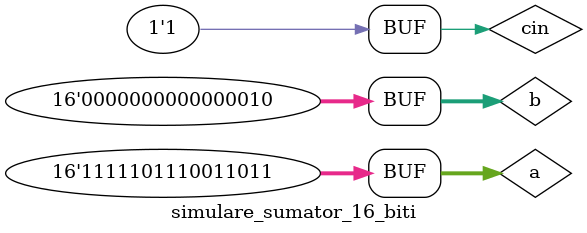
<source format=v>
`timescale 1ns / 1ps


module simulare_sumator_16_biti();

    reg[15:0] a, b;
    reg cin;
    wire[15:0] sum;
    wire cout;
    wire GG;
    wire GP;
    
    sumator_16_biti suma(a, b, cin, sum, GP, GG, cout);
    
    initial
    begin
        #50;
        a = 16;
        b = 15;
        cin = 0;
        #50;
        a = 1001;
        #50;
        a = 1;
        b = 2;
        cin = 1;
        #50;
        a = 64411;
    end

endmodule
</source>
